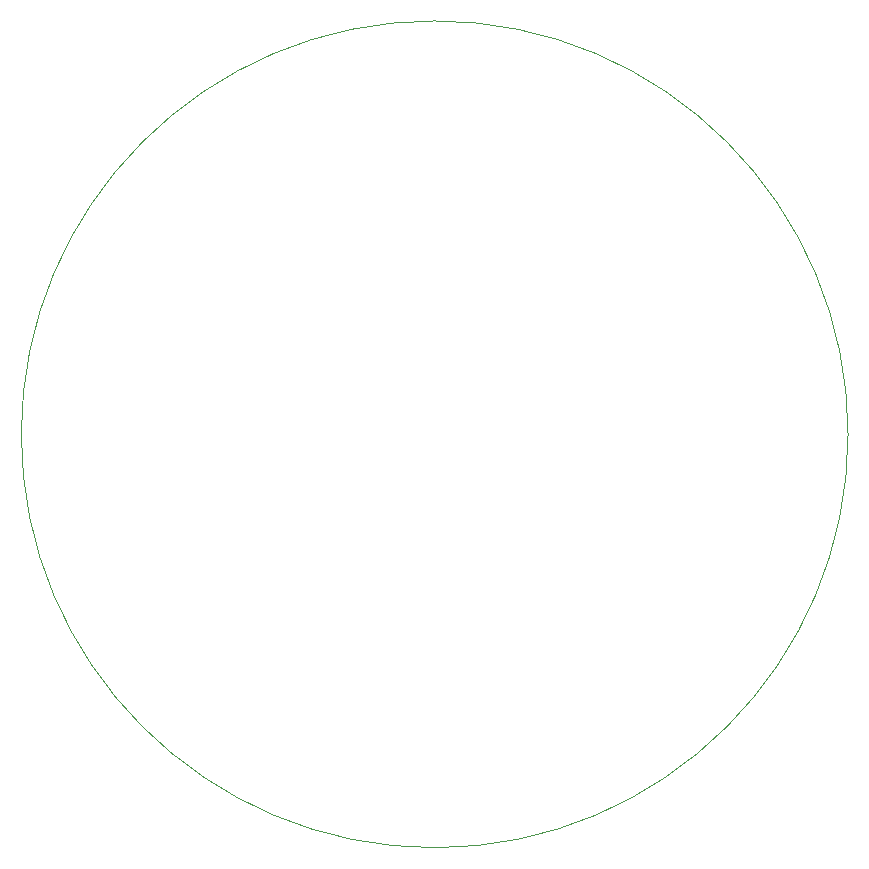
<source format=gm1>
G04 #@! TF.GenerationSoftware,KiCad,Pcbnew,6.0.11+dfsg-1*
G04 #@! TF.CreationDate,2025-03-20T11:06:45-04:00*
G04 #@! TF.ProjectId,foc-board,666f632d-626f-4617-9264-2e6b69636164,rev?*
G04 #@! TF.SameCoordinates,Original*
G04 #@! TF.FileFunction,Profile,NP*
%FSLAX46Y46*%
G04 Gerber Fmt 4.6, Leading zero omitted, Abs format (unit mm)*
G04 Created by KiCad (PCBNEW 6.0.11+dfsg-1) date 2025-03-20 11:06:45*
%MOMM*%
%LPD*%
G01*
G04 APERTURE LIST*
G04 #@! TA.AperFunction,Profile*
%ADD10C,0.100000*%
G04 #@! TD*
G04 APERTURE END LIST*
D10*
X142466000Y-95972000D02*
G75*
G03*
X142466000Y-95972000I-35000000J0D01*
G01*
M02*

</source>
